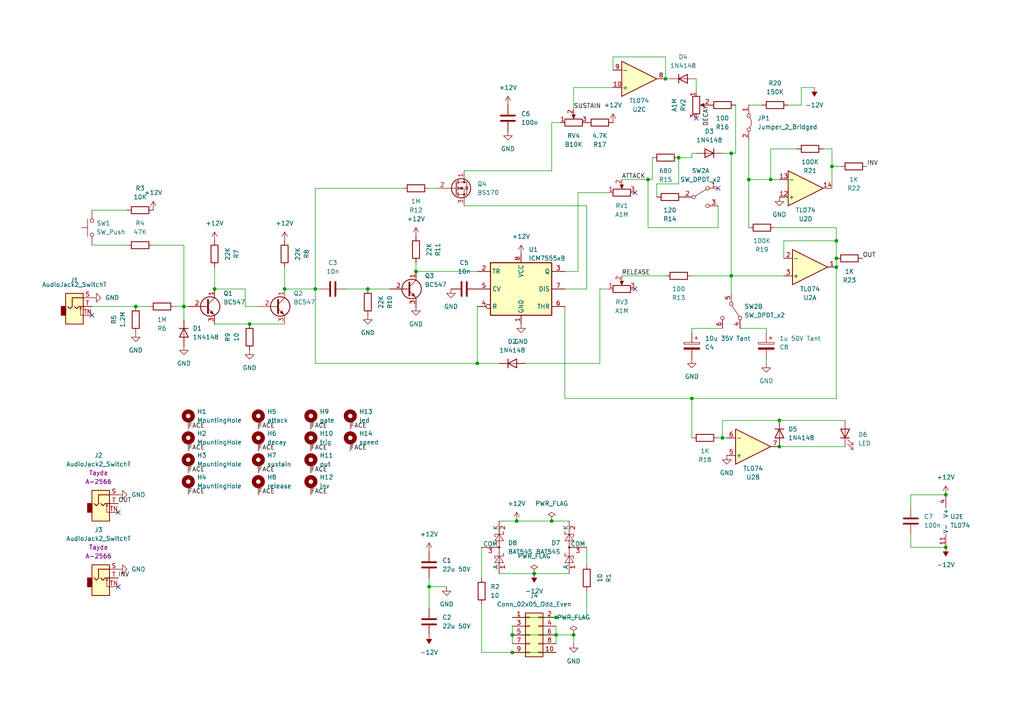
<source format=kicad_sch>
(kicad_sch (version 20230121) (generator eeschema)
  (paper "A4")
  (lib_symbols
    (symbol "Amplifier_Operational:TL074" (pin_names (offset 0.127))
      (property "Reference" "U" (at 0 5.08 0))
      (property "Value" "TL074" (at 0 -5.08 0))
      (symbol "TL074_1_1"
        (polyline (pts (xy -5.08 5.08) (xy 5.08 0) (xy -5.08 -5.08) (xy -5.08 5.08)) (stroke (width 0.254)) (fill (type background)))
        (pin output line (at 7.62 0 180) (length 2.54) (name "~") (number "1"))
        (pin input line (at -7.62 -2.54 0) (length 2.54) (name "-") (number "2"))
        (pin input line (at -7.62 2.54 0) (length 2.54) (name "+") (number "3"))
      )
      (symbol "TL074_2_1"
        (polyline (pts (xy -5.08 5.08) (xy 5.08 0) (xy -5.08 -5.08) (xy -5.08 5.08)) (stroke (width 0.254)) (fill (type background)))
        (pin input line (at -7.62 2.54 0) (length 2.54) (name "+") (number "5"))
        (pin input line (at -7.62 -2.54 0) (length 2.54) (name "-") (number "6"))
        (pin output line (at 7.62 0 180) (length 2.54) (name "~") (number "7"))
      )
      (symbol "TL074_3_1"
        (polyline (pts (xy -5.08 5.08) (xy 5.08 0) (xy -5.08 -5.08) (xy -5.08 5.08)) (stroke (width 0.254)) (fill (type background)))
        (pin input line (at -7.62 2.54 0) (length 2.54) (name "+") (number "10"))
        (pin output line (at 7.62 0 180) (length 2.54) (name "~") (number "8"))
        (pin input line (at -7.62 -2.54 0) (length 2.54) (name "-") (number "9"))
      )
      (symbol "TL074_4_1"
        (polyline (pts (xy -5.08 5.08) (xy 5.08 0) (xy -5.08 -5.08) (xy -5.08 5.08)) (stroke (width 0.254)) (fill (type background)))
        (pin input line (at -7.62 2.54 0) (length 2.54) (name "+") (number "12"))
        (pin input line (at -7.62 -2.54 0) (length 2.54) (name "-") (number "13"))
        (pin output line (at 7.62 0 180) (length 2.54) (name "~") (number "14"))
      )
      (symbol "TL074_5_1"
        (pin power_in line (at -2.54 -7.62 90) (length 3.81) (name "V-") (number "11"))
        (pin power_in line (at -2.54 7.62 270) (length 3.81) (name "V+") (number "4"))
      )
    )
    (symbol "Device:C" (pin_numbers hide) (pin_names (offset 0.254))
      (property "Reference" "C" (at 0.635 2.54 0))
      (property "Value" "C" (at 0.635 -2.54 0))
      (symbol "C_0_1"
        (polyline (pts (xy -2.032 -0.762) (xy 2.032 -0.762)) (stroke (width 0.508)))
        (polyline (pts (xy -2.032 0.762) (xy 2.032 0.762)) (stroke (width 0.508)))
      )
      (symbol "C_1_1"
        (pin passive line (at 0 3.81 270) (length 2.794) (name "~") (number "1"))
        (pin passive line (at 0 -3.81 90) (length 2.794) (name "~") (number "2"))
      )
    )
    (symbol "Device:C_Polarized" (pin_numbers hide) (pin_names (offset 0.254))
      (property "Reference" "C" (at 0.635 2.54 0))
      (property "Value" "C_Polarized" (at 0.635 -2.54 0))
      (symbol "C_Polarized_0_1"
        (rectangle (start -2.286 0.508) (end 2.286 1.016))
        (polyline (pts (xy -1.778 2.286) (xy -0.762 2.286)))
        (polyline (pts (xy -1.27 2.794) (xy -1.27 1.778)))
        (rectangle (start 2.286 -0.508) (end -2.286 -1.016) (fill (type outline)))
      )
      (symbol "C_Polarized_1_1"
        (pin passive line (at 0 3.81 270) (length 2.794) (name "~") (number "1"))
        (pin passive line (at 0 -3.81 90) (length 2.794) (name "~") (number "2"))
      )
    )
    (symbol "Device:D" (pin_numbers hide) (pin_names (offset 1.016) hide)
      (property "Reference" "D" (at 0 2.54 0))
      (property "Value" "D" (at 0 -2.54 0))
      (symbol "D_0_1"
        (polyline (pts (xy -1.27 1.27) (xy -1.27 -1.27)) (stroke (width 0.254)))
        (polyline (pts (xy 1.27 0) (xy -1.27 0)))
        (polyline (pts (xy 1.27 1.27) (xy 1.27 -1.27) (xy -1.27 0) (xy 1.27 1.27)) (stroke (width 0.254)))
      )
      (symbol "D_1_1"
        (pin passive line (at -3.81 0 0) (length 2.54) (name "K") (number "1"))
        (pin passive line (at 3.81 0 180) (length 2.54) (name "A") (number "2"))
      )
    )
    (symbol "Device:LED" (pin_numbers hide) (pin_names (offset 1.016) hide)
      (property "Reference" "D" (at 0 2.54 0))
      (property "Value" "LED" (at 0 -2.54 0))
      (symbol "LED_0_1"
        (polyline (pts (xy -1.27 -1.27) (xy -1.27 1.27)) (stroke (width 0.254)))
        (polyline (pts (xy -1.27 0) (xy 1.27 0)))
        (polyline (pts (xy 1.27 -1.27) (xy 1.27 1.27) (xy -1.27 0) (xy 1.27 -1.27)) (stroke (width 0.254)))
        (polyline (pts (xy -3.048 -0.762) (xy -4.572 -2.286) (xy -3.81 -2.286) (xy -4.572 -2.286) (xy -4.572 -1.524)))
        (polyline (pts (xy -1.778 -0.762) (xy -3.302 -2.286) (xy -2.54 -2.286) (xy -3.302 -2.286) (xy -3.302 -1.524)))
      )
      (symbol "LED_1_1"
        (pin passive line (at -3.81 0 0) (length 2.54) (name "K") (number "1"))
        (pin passive line (at 3.81 0 180) (length 2.54) (name "A") (number "2"))
      )
    )
    (symbol "Device:R" (pin_numbers hide) (pin_names (offset 0))
      (property "Reference" "R" (at 2.032 0 90))
      (property "Value" "R" (at 0 0 90))
      (symbol "R_0_1"
        (rectangle (start -1.016 -2.54) (end 1.016 2.54) (stroke (width 0.254)))
      )
      (symbol "R_1_1"
        (pin passive line (at 0 3.81 270) (length 1.27) (name "~") (number "1"))
        (pin passive line (at 0 -3.81 90) (length 1.27) (name "~") (number "2"))
      )
    )
    (symbol "Device:R_Potentiometer" (pin_names (offset 1.016) hide)
      (property "Reference" "RV" (at -4.445 0 90))
      (property "Value" "R_Potentiometer" (at -2.54 0 90))
      (symbol "R_Potentiometer_0_1"
        (polyline (pts (xy 2.54 0) (xy 1.524 0)))
        (polyline (pts (xy 1.143 0) (xy 2.286 0.508) (xy 2.286 -0.508) (xy 1.143 0)) (fill (type outline)))
        (rectangle (start 1.016 2.54) (end -1.016 -2.54) (stroke (width 0.254)))
      )
      (symbol "R_Potentiometer_1_1"
        (pin passive line (at 0 3.81 270) (length 1.27) (name "1") (number "1"))
        (pin passive line (at 3.81 0 180) (length 1.27) (name "2") (number "2"))
        (pin passive line (at 0 -3.81 90) (length 1.27) (name "3") (number "3"))
      )
    )
    (symbol "Eurorack:AudioJack2_SwitchT"
      (property "Reference" "J" (at 0 8.89 0))
      (property "Value" "AudioJack2_SwitchT" (at 0 6.35 0))
      (property "Vendor" "Tayda" (at 0 -6.35 0))
      (property "PartNum" "A-2566" (at 0 -8.89 0))
      (symbol "AudioJack2_SwitchT_0_1"
        (rectangle (start -2.54 0) (end -3.81 -2.54) (stroke (width 0.254)) (fill (type outline)))
        (rectangle (start -2.54 3.81) (end 2.54 -5.08) (stroke (width 0.254)) (fill (type background)))
        (polyline (pts (xy 1.778 -0.254) (xy 2.032 -0.762)))
        (polyline (pts (xy 0 0) (xy 0.635 -0.635) (xy 1.27 0) (xy 2.54 0)) (stroke (width 0.254)))
        (polyline (pts (xy 2.54 -2.54) (xy 1.778 -2.54) (xy 1.778 -0.254) (xy 1.524 -0.762)))
        (polyline (pts (xy 2.54 2.54) (xy -0.635 2.54) (xy -0.635 0) (xy -1.27 -0.635) (xy -1.905 0)) (stroke (width 0.254)))
      )
      (symbol "AudioJack2_SwitchT_1_1"
        (pin passive line (at 5.08 2.54 180) (length 2.54) (name "~") (number "S"))
        (pin passive line (at 5.08 0 180) (length 2.54) (name "~") (number "T"))
        (pin passive line (at 5.08 -2.54 180) (length 2.54) (name "~") (number "TN"))
      )
    )
    (symbol "Eurorack:BAT54S" (pin_names (offset 0))
      (property "Reference" "D" (at 2.54 -5.08 0))
      (property "Value" "BAT54S" (at -6.35 3.175 0))
      (symbol "BAT54S_0_1"
        (polyline (pts (xy -3.81 0) (xy -1.27 0)))
        (polyline (pts (xy -3.175 -1.27) (xy -3.175 -1.016)))
        (polyline (pts (xy -2.54 -1.27) (xy -3.175 -1.27)))
        (polyline (pts (xy -2.54 -1.27) (xy -2.54 1.27)))
        (polyline (pts (xy -2.54 1.27) (xy -1.905 1.27)))
        (polyline (pts (xy -1.905 0) (xy 1.905 0)))
        (polyline (pts (xy -1.905 1.27) (xy -1.905 1.016)))
        (polyline (pts (xy 1.27 0) (xy 3.81 0)))
        (polyline (pts (xy 3.175 -1.27) (xy 3.175 -1.016)))
        (polyline (pts (xy 3.81 -1.27) (xy 3.175 -1.27)))
        (polyline (pts (xy 3.81 -1.27) (xy 3.81 1.27)))
        (polyline (pts (xy 3.81 1.27) (xy 4.445 1.27)))
        (polyline (pts (xy 4.445 1.27) (xy 4.445 1.016)))
        (polyline (pts (xy -4.445 1.27) (xy -4.445 -1.27) (xy -2.54 0) (xy -4.445 1.27)))
        (polyline (pts (xy 1.905 1.27) (xy 1.905 -1.27) (xy 3.81 0) (xy 1.905 1.27)))
        (circle (center 0 0) (radius 0.254) (fill (type outline)))
      )
      (symbol "BAT54S_1_1"
        (pin passive line (at -7.62 0 0) (length 3.81) (name "A") (number "1"))
        (pin passive line (at 7.62 0 180) (length 3.81) (name "K") (number "2"))
        (pin passive line (at 0 -5.08 90) (length 5.08) (name "COM") (number "3"))
      )
    )
    (symbol "Eurorack:BC547" (pin_names (offset 0) hide)
      (property "Reference" "Q" (at 5.08 1.905 0))
      (property "Value" "BC547" (at 5.08 0 0))
      (symbol "BC547_0_1"
        (polyline (pts (xy 0 0) (xy 0.635 0)))
        (polyline (pts (xy 0.635 0.635) (xy 2.54 2.54)))
        (polyline (pts (xy 0.635 -0.635) (xy 2.54 -2.54) (xy 2.54 -2.54)))
        (polyline (pts (xy 0.635 1.905) (xy 0.635 -1.905) (xy 0.635 -1.905)) (stroke (width 0.508)))
        (polyline (pts (xy 1.27 -1.778) (xy 1.778 -1.27) (xy 2.286 -2.286) (xy 1.27 -1.778) (xy 1.27 -1.778)) (fill (type outline)))
        (circle (center 1.27 0) (radius 2.8194) (stroke (width 0.254)))
      )
      (symbol "BC547_1_1"
        (pin passive line (at 2.54 5.08 270) (length 2.54) (name "C") (number "1"))
        (pin input line (at -5.08 0 0) (length 5.08) (name "B") (number "2"))
        (pin passive line (at 2.54 -5.08 90) (length 2.54) (name "E") (number "3"))
      )
    )
    (symbol "Eurorack:Conn_02x05_Odd_Even" (pin_names (offset 1.016) hide)
      (property "Reference" "J" (at 1.27 7.62 0))
      (property "Value" "Conn_02x05_Odd_Even" (at 1.27 -7.62 0))
      (symbol "Conn_02x05_Odd_Even_1_1"
        (rectangle (start -1.27 -4.953) (end 0 -5.207) (stroke (width 0.1524)))
        (rectangle (start -1.27 -2.413) (end 0 -2.667) (stroke (width 0.1524)))
        (rectangle (start -1.27 0.127) (end 0 -0.127) (stroke (width 0.1524)))
        (rectangle (start -1.27 2.667) (end 0 2.413) (stroke (width 0.1524)))
        (rectangle (start -1.27 5.207) (end 0 4.953) (stroke (width 0.1524)))
        (rectangle (start -1.27 6.35) (end 3.81 -6.35) (stroke (width 0.254)) (fill (type background)))
        (rectangle (start 3.81 -4.953) (end 2.54 -5.207) (stroke (width 0.1524)))
        (rectangle (start 3.81 -2.413) (end 2.54 -2.667) (stroke (width 0.1524)))
        (rectangle (start 3.81 0.127) (end 2.54 -0.127) (stroke (width 0.1524)))
        (rectangle (start 3.81 2.667) (end 2.54 2.413) (stroke (width 0.1524)))
        (rectangle (start 3.81 5.207) (end 2.54 4.953) (stroke (width 0.1524)))
        (pin passive line (at -5.08 5.08 0) (length 3.81) (name "Pin_1") (number "1"))
        (pin passive line (at 7.62 -5.08 180) (length 3.81) (name "Pin_10") (number "10"))
        (pin passive line (at 7.62 5.08 180) (length 3.81) (name "Pin_2") (number "2"))
        (pin passive line (at -5.08 2.54 0) (length 3.81) (name "Pin_3") (number "3"))
        (pin passive line (at 7.62 2.54 180) (length 3.81) (name "Pin_4") (number "4"))
        (pin passive line (at -5.08 0 0) (length 3.81) (name "Pin_5") (number "5"))
        (pin passive line (at 7.62 0 180) (length 3.81) (name "Pin_6") (number "6"))
        (pin passive line (at -5.08 -2.54 0) (length 3.81) (name "Pin_7") (number "7"))
        (pin passive line (at 7.62 -2.54 180) (length 3.81) (name "Pin_8") (number "8"))
        (pin passive line (at -5.08 -5.08 0) (length 3.81) (name "Pin_9") (number "9"))
      )
    )
    (symbol "Eurorack:MountingHole_Pad_Output" (pin_numbers hide) (pin_names (offset 1.016) hide) (in_bom no)
      (property "Reference" "H" (at 0 6.35 0))
      (property "Value" "MountingHole_Pad_Output" (at 0 4.445 0))
      (symbol "MountingHole_Pad_Output_0_1"
        (circle (center 0 1.27) (radius 1.27) (stroke (width 1.27)))
      )
      (symbol "MountingHole_Pad_Output_1_1"
        (pin output line (at 0 -2.54 90) (length 2.54) (name "1") (number "1"))
      )
    )
    (symbol "Jumper:Jumper_2_Bridged" (pin_names (offset 0) hide)
      (property "Reference" "JP" (at 0 1.905 0))
      (property "Value" "Jumper_2_Bridged" (at 0 -2.54 0))
      (symbol "Jumper_2_Bridged_0_0"
        (circle (center -2.032 0) (radius 0.508))
        (circle (center 2.032 0) (radius 0.508))
      )
      (symbol "Jumper_2_Bridged_0_1"
        (arc (start 1.524 0.254) (mid 0 0.762) (end -1.524 0.254))
      )
      (symbol "Jumper_2_Bridged_1_1"
        (pin passive line (at -5.08 0 0) (length 2.54) (name "A") (number "1"))
        (pin passive line (at 5.08 0 180) (length 2.54) (name "B") (number "2"))
      )
    )
    (symbol "Mechanical:MountingHole_Pad" (pin_numbers hide) (pin_names (offset 1.016) hide)
      (property "Reference" "H" (at 0 6.35 0))
      (property "Value" "MountingHole_Pad" (at 0 4.445 0))
      (symbol "MountingHole_Pad_0_1"
        (circle (center 0 1.27) (radius 1.27) (stroke (width 1.27)))
      )
      (symbol "MountingHole_Pad_1_1"
        (pin input line (at 0 -2.54 90) (length 2.54) (name "1") (number "1"))
      )
    )
    (symbol "Switch:SW_DPDT_x2" (pin_names (offset 0) hide)
      (property "Reference" "SW" (at 0 4.318 0))
      (property "Value" "SW_DPDT_x2" (at 0 -5.08 0))
      (symbol "SW_DPDT_x2_0_0"
        (circle (center -2.032 0) (radius 0.508))
        (circle (center 2.032 -2.54) (radius 0.508))
      )
      (symbol "SW_DPDT_x2_0_1"
        (polyline (pts (xy -1.524 0.254) (xy 1.651 2.286)))
        (circle (center 2.032 2.54) (radius 0.508))
      )
      (symbol "SW_DPDT_x2_1_1"
        (pin passive line (at 5.08 2.54 180) (length 2.54) (name "A") (number "1"))
        (pin passive line (at -5.08 0 0) (length 2.54) (name "B") (number "2"))
        (pin passive line (at 5.08 -2.54 180) (length 2.54) (name "C") (number "3"))
      )
      (symbol "SW_DPDT_x2_2_1"
        (pin passive line (at 5.08 2.54 180) (length 2.54) (name "A") (number "4"))
        (pin passive line (at -5.08 0 0) (length 2.54) (name "B") (number "5"))
        (pin passive line (at 5.08 -2.54 180) (length 2.54) (name "C") (number "6"))
      )
    )
    (symbol "Switch:SW_Push" (pin_numbers hide) (pin_names (offset 1.016) hide)
      (property "Reference" "SW" (at 1.27 2.54 0))
      (property "Value" "SW_Push" (at 0 -1.524 0))
      (symbol "SW_Push_0_1"
        (circle (center -2.032 0) (radius 0.508))
        (polyline (pts (xy 0 1.27) (xy 0 3.048)))
        (polyline (pts (xy 2.54 1.27) (xy -2.54 1.27)))
        (circle (center 2.032 0) (radius 0.508))
        (pin passive line (at -5.08 0 0) (length 2.54) (name "1") (number "1"))
        (pin passive line (at 5.08 0 180) (length 2.54) (name "2") (number "2"))
      )
    )
    (symbol "Timer:ICM7555xB"
      (property "Reference" "U" (at -10.16 8.89 0))
      (property "Value" "ICM7555xB" (at 2.54 8.89 0))
      (symbol "ICM7555xB_0_0"
        (pin power_in line (at 0 -10.16 90) (length 2.54) (name "GND") (number "1"))
        (pin power_in line (at 0 10.16 270) (length 2.54) (name "VCC") (number "8"))
      )
      (symbol "ICM7555xB_0_1"
        (rectangle (start -8.89 -7.62) (end 8.89 7.62) (stroke (width 0.254)) (fill (type background)))
        (rectangle (start -8.89 -7.62) (end 8.89 7.62) (stroke (width 0.254)) (fill (type background)))
      )
      (symbol "ICM7555xB_1_1"
        (pin input line (at -12.7 5.08 0) (length 3.81) (name "TR") (number "2"))
        (pin output line (at 12.7 5.08 180) (length 3.81) (name "Q") (number "3"))
        (pin input inverted (at -12.7 -5.08 0) (length 3.81) (name "R") (number "4"))
        (pin input line (at -12.7 0 0) (length 3.81) (name "CV") (number "5"))
        (pin input line (at 12.7 -5.08 180) (length 3.81) (name "THR") (number "6"))
        (pin input line (at 12.7 0 180) (length 3.81) (name "DIS") (number "7"))
      )
    )
    (symbol "Transistor_FET:BS170" (pin_names hide)
      (property "Reference" "Q" (at 5.08 1.905 0))
      (property "Value" "BS170" (at 5.08 0 0))
      (symbol "BS170_0_1"
        (polyline (pts (xy 0.254 0) (xy -2.54 0)))
        (polyline (pts (xy 0.254 1.905) (xy 0.254 -1.905)) (stroke (width 0.254)))
        (polyline (pts (xy 0.762 -1.27) (xy 0.762 -2.286)) (stroke (width 0.254)))
        (polyline (pts (xy 0.762 0.508) (xy 0.762 -0.508)) (stroke (width 0.254)))
        (polyline (pts (xy 0.762 2.286) (xy 0.762 1.27)) (stroke (width 0.254)))
        (polyline (pts (xy 2.54 2.54) (xy 2.54 1.778)))
        (polyline (pts (xy 2.54 -2.54) (xy 2.54 0) (xy 0.762 0)))
        (polyline (pts (xy 0.762 -1.778) (xy 3.302 -1.778) (xy 3.302 1.778) (xy 0.762 1.778)))
        (polyline (pts (xy 1.016 0) (xy 2.032 0.381) (xy 2.032 -0.381) (xy 1.016 0)) (fill (type outline)))
        (polyline (pts (xy 2.794 0.508) (xy 2.921 0.381) (xy 3.683 0.381) (xy 3.81 0.254)))
        (polyline (pts (xy 3.302 0.381) (xy 2.921 -0.254) (xy 3.683 -0.254) (xy 3.302 0.381)))
        (circle (center 1.651 0) (radius 2.794) (stroke (width 0.254)))
        (circle (center 2.54 -1.778) (radius 0.254) (fill (type outline)))
        (circle (center 2.54 1.778) (radius 0.254) (fill (type outline)))
      )
      (symbol "BS170_1_1"
        (pin passive line (at 2.54 5.08 270) (length 2.54) (name "D") (number "1"))
        (pin input line (at -5.08 0 0) (length 2.54) (name "G") (number "2"))
        (pin passive line (at 2.54 -5.08 90) (length 2.54) (name "S") (number "3"))
      )
    )
    (symbol "power:+12V" (power) (pin_names (offset 0))
      (property "Value" "+12V" (at 0 3.556 0))
      (symbol "+12V_0_1"
        (polyline (pts (xy -0.762 1.27) (xy 0 2.54)))
        (polyline (pts (xy 0 0) (xy 0 2.54)))
        (polyline (pts (xy 0 2.54) (xy 0.762 1.27)))
      )
      (symbol "+12V_1_1"
        (pin power_in line (at 0 0 90) (length 0) hide (name "+12V") (number "1"))
      )
    )
    (symbol "power:-12V" (power) (pin_names (offset 0))
      (property "Value" "-12V" (at 0 3.81 0))
      (symbol "-12V_0_0"
        (pin power_in line (at 0 0 90) (length 0) hide (name "-12V") (number "1"))
      )
      (symbol "-12V_0_1"
        (polyline (pts (xy 0 0) (xy 0 1.27) (xy 0.762 1.27) (xy 0 2.54) (xy -0.762 1.27) (xy 0 1.27)) (fill (type outline)))
      )
    )
    (symbol "power:GND" (power) (pin_names (offset 0))
      (property "Value" "GND" (at 0 -3.81 0))
      (symbol "GND_0_1"
        (polyline (pts (xy 0 0) (xy 0 -1.27) (xy 1.27 -1.27) (xy 0 -2.54) (xy -1.27 -1.27) (xy 0 -1.27)))
      )
      (symbol "GND_1_1"
        (pin power_in line (at 0 0 270) (length 0) hide (name "GND") (number "1"))
      )
    )
    (symbol "power:PWR_FLAG" (power) (pin_numbers hide) (pin_names (offset 0) hide)
      (property "Value" "PWR_FLAG" (at 0 3.81 0))
      (symbol "PWR_FLAG_0_0"
        (pin power_out line (at 0 0 90) (length 0) (name "pwr") (number "1"))
      )
      (symbol "PWR_FLAG_0_1"
        (polyline (pts (xy 0 0) (xy 0 1.27) (xy -1.016 1.905) (xy 0 2.54) (xy 1.016 1.905) (xy 0 1.27)))
      )
    )
  )
  (junction (at 200.66 115.57))
  (junction (at 72.39 93.98))
  (junction (at 120.65 78.74))
  (junction (at 242.57 77.47))
  (junction (at 161.29 179.07))
  (junction (at 82.55 83.82))
  (junction (at 124.46 170.18))
  (junction (at 209.55 127))
  (junction (at 193.04 22.86))
  (junction (at 212.09 80.01))
  (junction (at 187.96 52.07))
  (junction (at 223.52 52.07))
  (junction (at 274.32 143.51))
  (junction (at 166.37 184.15))
  (junction (at 212.09 44.45))
  (junction (at 138.43 105.41))
  (junction (at 242.57 69.85))
  (junction (at 217.17 52.07))
  (junction (at 160.02 151.13))
  (junction (at 241.3 48.26))
  (junction (at 148.59 189.23))
  (junction (at 161.29 184.15))
  (junction (at 148.59 184.15))
  (junction (at 53.34 88.9))
  (junction (at 274.32 158.75))
  (junction (at 196.85 45.72))
  (junction (at 154.94 166.37))
  (junction (at 242.57 74.93))
  (junction (at 91.44 83.82))
  (junction (at 106.68 83.82))
  (junction (at 62.23 83.82))
  (junction (at 226.06 129.54))
  (junction (at 39.37 88.9))
  (junction (at 226.06 121.92))
  (junction (at 149.86 151.13))
  (no_connect (at 34.29 170.18))
  (no_connect (at 201.93 34.29))
  (no_connect (at 26.67 91.44))
  (no_connect (at 34.29 148.59))
  (no_connect (at 184.15 55.88))
  (no_connect (at 184.15 83.82))
  (no_connect (at 208.28 54.61))
  (wire (pts (xy 189.23 45.72) (xy 189.23 52.07)))
  (wire (pts (xy 227.33 69.85) (xy 242.57 69.85)))
  (wire (pts (xy 166.37 25.4) (xy 177.8 25.4)))
  (wire (pts (xy 242.57 74.93) (xy 242.57 77.47)))
  (wire (pts (xy 200.66 115.57) (xy 163.83 115.57)))
  (wire (pts (xy 139.7 167.64) (xy 139.7 158.75)))
  (wire (pts (xy 223.52 43.18) (xy 223.52 52.07)))
  (wire (pts (xy 200.66 44.45) (xy 200.66 45.72)))
  (wire (pts (xy 166.37 25.4) (xy 166.37 31.75)))
  (wire (pts (xy 241.3 48.26) (xy 243.84 48.26)))
  (wire (pts (xy 148.59 184.15) (xy 148.59 186.69)))
  (wire (pts (xy 200.66 80.01) (xy 212.09 80.01)))
  (wire (pts (xy 200.66 115.57) (xy 200.66 127)))
  (wire (pts (xy 154.94 166.37) (xy 165.1 166.37)))
  (wire (pts (xy 161.29 184.15) (xy 161.29 186.69)))
  (wire (pts (xy 231.14 43.18) (xy 223.52 43.18)))
  (wire (pts (xy 201.93 22.86) (xy 201.93 26.67)))
  (wire (pts (xy 212.09 44.45) (xy 212.09 80.01)))
  (wire (pts (xy 173.99 83.82) (xy 173.99 105.41)))
  (wire (pts (xy 208.28 59.69) (xy 208.28 66.04)))
  (wire (pts (xy 217.17 66.04) (xy 217.17 52.07)))
  (wire (pts (xy 163.83 78.74) (xy 167.64 78.74)))
  (wire (pts (xy 124.46 170.18) (xy 124.46 176.53)))
  (wire (pts (xy 196.85 53.34) (xy 190.5 53.34)))
  (wire (pts (xy 71.12 83.82) (xy 71.12 88.9)))
  (wire (pts (xy 226.06 121.92) (xy 245.11 121.92)))
  (wire (pts (xy 160.02 151.13) (xy 165.1 151.13)))
  (wire (pts (xy 242.57 66.04) (xy 242.57 69.85)))
  (wire (pts (xy 26.67 60.96) (xy 36.83 60.96)))
  (wire (pts (xy 53.34 88.9) (xy 53.34 92.71)))
  (wire (pts (xy 91.44 54.61) (xy 91.44 83.82)))
  (wire (pts (xy 209.55 127) (xy 210.82 127)))
  (wire (pts (xy 177.8 20.32) (xy 177.8 16.51)))
  (wire (pts (xy 241.3 43.18) (xy 241.3 48.26)))
  (wire (pts (xy 236.22 25.4) (xy 232.41 25.4)))
  (wire (pts (xy 120.65 78.74) (xy 138.43 78.74)))
  (wire (pts (xy 228.6 30.48) (xy 232.41 30.48)))
  (wire (pts (xy 71.12 88.9) (xy 74.93 88.9)))
  (wire (pts (xy 242.57 69.85) (xy 242.57 74.93)))
  (wire (pts (xy 209.55 95.25) (xy 200.66 95.25)))
  (wire (pts (xy 208.28 66.04) (xy 187.96 66.04)))
  (wire (pts (xy 209.55 121.92) (xy 209.55 127)))
  (wire (pts (xy 242.57 115.57) (xy 200.66 115.57)))
  (wire (pts (xy 120.65 76.2) (xy 120.65 78.74)))
  (wire (pts (xy 187.96 66.04) (xy 187.96 52.07)))
  (wire (pts (xy 100.33 83.82) (xy 106.68 83.82)))
  (wire (pts (xy 208.28 127) (xy 209.55 127)))
  (wire (pts (xy 180.34 80.01) (xy 193.04 80.01)))
  (wire (pts (xy 106.68 83.82) (xy 113.03 83.82)))
  (wire (pts (xy 124.46 170.18) (xy 129.54 170.18)))
  (wire (pts (xy 212.09 80.01) (xy 212.09 85.09)))
  (wire (pts (xy 91.44 105.41) (xy 91.44 83.82)))
  (wire (pts (xy 134.62 49.53) (xy 160.02 49.53)))
  (wire (pts (xy 200.66 95.25) (xy 200.66 96.52)))
  (wire (pts (xy 167.64 78.74) (xy 167.64 55.88)))
  (wire (pts (xy 212.09 80.01) (xy 227.33 80.01)))
  (wire (pts (xy 53.34 88.9) (xy 54.61 88.9)))
  (wire (pts (xy 161.29 179.07) (xy 170.18 179.07)))
  (wire (pts (xy 209.55 44.45) (xy 212.09 44.45)))
  (wire (pts (xy 224.79 66.04) (xy 242.57 66.04)))
  (wire (pts (xy 170.18 59.69) (xy 170.18 83.82)))
  (wire (pts (xy 138.43 105.41) (xy 91.44 105.41)))
  (wire (pts (xy 193.04 16.51) (xy 193.04 22.86)))
  (wire (pts (xy 138.43 88.9) (xy 138.43 105.41)))
  (wire (pts (xy 53.34 71.12) (xy 53.34 88.9)))
  (wire (pts (xy 241.3 48.26) (xy 241.3 54.61)))
  (wire (pts (xy 222.25 95.25) (xy 222.25 96.52)))
  (wire (pts (xy 193.04 22.86) (xy 194.31 22.86)))
  (wire (pts (xy 82.55 83.82) (xy 91.44 83.82)))
  (wire (pts (xy 242.57 77.47) (xy 242.57 115.57)))
  (wire (pts (xy 161.29 184.15) (xy 166.37 184.15)))
  (wire (pts (xy 214.63 95.25) (xy 222.25 95.25)))
  (wire (pts (xy 170.18 179.07) (xy 170.18 171.45)))
  (wire (pts (xy 26.67 71.12) (xy 36.83 71.12)))
  (wire (pts (xy 187.96 52.07) (xy 189.23 52.07)))
  (wire (pts (xy 217.17 30.48) (xy 220.98 30.48)))
  (wire (pts (xy 62.23 93.98) (xy 72.39 93.98)))
  (wire (pts (xy 139.7 189.23) (xy 148.59 189.23)))
  (wire (pts (xy 144.78 166.37) (xy 154.94 166.37)))
  (wire (pts (xy 223.52 52.07) (xy 226.06 52.07)))
  (wire (pts (xy 163.83 115.57) (xy 163.83 88.9)))
  (wire (pts (xy 274.32 158.75) (xy 264.16 158.75)))
  (wire (pts (xy 134.62 59.69) (xy 170.18 59.69)))
  (wire (pts (xy 162.56 35.56) (xy 160.02 35.56)))
  (wire (pts (xy 148.59 179.07) (xy 161.29 179.07)))
  (wire (pts (xy 232.41 30.48) (xy 232.41 25.4)))
  (wire (pts (xy 217.17 52.07) (xy 223.52 52.07)))
  (wire (pts (xy 180.34 52.07) (xy 187.96 52.07)))
  (wire (pts (xy 139.7 189.23) (xy 139.7 175.26)))
  (wire (pts (xy 149.86 151.13) (xy 160.02 151.13)))
  (wire (pts (xy 26.67 88.9) (xy 39.37 88.9)))
  (wire (pts (xy 170.18 83.82) (xy 163.83 83.82)))
  (wire (pts (xy 213.36 30.48) (xy 213.36 44.45)))
  (wire (pts (xy 124.46 167.64) (xy 124.46 170.18)))
  (wire (pts (xy 227.33 74.93) (xy 227.33 69.85)))
  (wire (pts (xy 222.25 104.14) (xy 222.25 105.41)))
  (wire (pts (xy 50.8 88.9) (xy 53.34 88.9)))
  (wire (pts (xy 213.36 44.45) (xy 212.09 44.45)))
  (wire (pts (xy 176.53 83.82) (xy 173.99 83.82)))
  (wire (pts (xy 238.76 43.18) (xy 241.3 43.18)))
  (wire (pts (xy 200.66 45.72) (xy 196.85 45.72)))
  (wire (pts (xy 144.78 105.41) (xy 138.43 105.41)))
  (wire (pts (xy 190.5 53.34) (xy 190.5 57.15)))
  (wire (pts (xy 148.59 181.61) (xy 148.59 184.15)))
  (wire (pts (xy 62.23 83.82) (xy 71.12 83.82)))
  (wire (pts (xy 177.8 16.51) (xy 193.04 16.51)))
  (wire (pts (xy 274.32 143.51) (xy 264.16 143.51)))
  (wire (pts (xy 160.02 49.53) (xy 160.02 35.56)))
  (wire (pts (xy 264.16 143.51) (xy 264.16 147.32)))
  (wire (pts (xy 82.55 77.47) (xy 82.55 83.82)))
  (wire (pts (xy 217.17 40.64) (xy 217.17 52.07)))
  (wire (pts (xy 226.06 129.54) (xy 245.11 129.54)))
  (wire (pts (xy 124.46 54.61) (xy 127 54.61)))
  (wire (pts (xy 200.66 44.45) (xy 201.93 44.45)))
  (wire (pts (xy 62.23 77.47) (xy 62.23 83.82)))
  (wire (pts (xy 116.84 54.61) (xy 91.44 54.61)))
  (wire (pts (xy 152.4 105.41) (xy 173.99 105.41)))
  (wire (pts (xy 72.39 93.98) (xy 82.55 93.98)))
  (wire (pts (xy 167.64 55.88) (xy 176.53 55.88)))
  (wire (pts (xy 161.29 181.61) (xy 161.29 184.15)))
  (wire (pts (xy 148.59 184.15) (xy 161.29 184.15)))
  (wire (pts (xy 39.37 88.9) (xy 43.18 88.9)))
  (wire (pts (xy 226.06 121.92) (xy 209.55 121.92)))
  (wire (pts (xy 144.78 151.13) (xy 149.86 151.13)))
  (wire (pts (xy 44.45 71.12) (xy 53.34 71.12)))
  (wire (pts (xy 264.16 158.75) (xy 264.16 154.94)))
  (wire (pts (xy 148.59 189.23) (xy 161.29 189.23)))
  (wire (pts (xy 196.85 45.72) (xy 196.85 53.34)))
  (wire (pts (xy 166.37 184.15) (xy 166.37 186.69)))
  (wire (pts (xy 170.18 163.83) (xy 170.18 158.75)))
  (wire (pts (xy 91.44 83.82) (xy 92.71 83.82)))
  (label "RELEASE" (at 180.34 80.01 0))
  (label "FACE" (at 90.17 143.51 0))
  (label "FACE" (at 101.6 124.46 0))
  (label "INV" (at 251.46 48.26 0))
  (label "DECAY" (at 205.74 30.48 270))
  (label "OUT" (at 250.19 74.93 0))
  (label "FACE" (at 54.61 137.16 0))
  (label "SUSTAIN" (at 166.37 31.75 0))
  (label "FACE" (at 74.93 143.51 0))
  (label "FACE" (at 54.61 143.51 0))
  (label "FACE" (at 90.17 124.46 0))
  (label "FACE" (at 74.93 124.46 0))
  (label "OUT" (at 34.29 146.05 0))
  (label "FACE" (at 101.6 130.81 0))
  (label "FACE" (at 74.93 137.16 0))
  (label "FACE" (at 90.17 130.81 0))
  (label "FACE" (at 54.61 130.81 0))
  (label "FACE" (at 74.93 130.81 0))
  (label "FACE" (at 54.61 124.46 0))
  (label "ATTACK" (at 180.34 52.07 0))
  (label "FACE" (at 90.17 137.16 0))
  (label "INV" (at 34.29 167.64 0))
  (symbol (lib_id "Device:R") (at 62.23 73.66 0) (unit 1)
    (property "Reference" "R7" (at 68.58 73.66 90))
    (property "Value" "22K" (at 66.04 73.66 90))
    (property "Footprint" "Resistor_SMD:R_0805_2012Metric" (effects hide))
  )
  (symbol (lib_id "Device:R_Potentiometer") (at 166.37 35.56 90) (unit 1)
    (property "Reference" "RV4" (at 166.37 39.37 90))
    (property "Value" "B10K" (at 166.37 41.91 90))
    (property "Footprint" "Eurorack:Potentiometer_RV16AF-41-15R1" (effects hide))
    (property "Vendor" "Tayda" (effects hide))
    (property "PartNum" "A-2969" (effects hide))
  )
  (symbol (lib_id "Device:R") (at 40.64 71.12 90) (unit 1)
    (property "Reference" "R4" (at 40.64 64.77 90))
    (property "Value" "47K" (at 40.64 67.31 90))
    (property "Footprint" "Resistor_SMD:R_0805_2012Metric" (effects hide))
  )
  (symbol (lib_id "power:+12V") (at 149.86 151.13 0) (unit 1)
    (property "Reference" "#PWR025" (effects hide))
    (property "Value" "+12V" (at 149.86 146.05 0))
  )
  (symbol (lib_id "Device:R") (at 139.7 171.45 180) (unit 1)
    (property "Reference" "R2" (at 142.24 170.18 0) (effects (justify right)))
    (property "Value" "10" (at 142.24 172.72 0) (effects (justify right)))
    (property "Footprint" "Resistor_SMD:R_0805_2012Metric" (effects hide))
  )
  (symbol (lib_id "Device:D") (at 148.59 105.41 0) (unit 1)
    (property "Reference" "D2" (at 148.59 99.06 0))
    (property "Value" "1N4148" (at 148.59 101.6 0))
    (property "Footprint" "Diode_SMD:D_SOD-323_HandSoldering" (effects hide))
    (property "Sim.Device" "D" (effects hide))
    (property "Sim.Pins" "1=K 2=A" (effects hide))
  )
  (symbol (lib_id "power:-12V") (at 274.32 158.75 180) (unit 1)
    (property "Reference" "#PWR031" (effects hide))
    (property "Value" "-12V" (at 274.32 163.83 0))
  )
  (symbol (lib_id "Device:LED") (at 245.11 125.73 90) (unit 1)
    (property "Reference" "D6" (at 248.92 126.0475 90) (effects (justify right)))
    (property "Value" "LED" (at 248.92 128.5875 90) (effects (justify right)))
    (property "Footprint" "LED_THT:LED_D3.0mm" (effects hide))
  )
  (symbol (lib_id "power:-12V") (at 124.46 184.15 180) (unit 1)
    (property "Reference" "#PWR028" (effects hide))
    (property "Value" "-12V" (at 124.46 189.23 0))
  )
  (symbol (lib_id "power:+12V") (at 62.23 69.85 0) (unit 1)
    (property "Reference" "#PWR08" (effects hide))
    (property "Value" "+12V" (at 62.23 64.77 0))
  )
  (symbol (lib_id "Amplifier_Operational:TL074") (at 218.44 129.54 0) (mirror x) (unit 2)
    (property "Reference" "U2" (at 218.44 138.43 0))
    (property "Value" "TL074" (at 218.44 135.89 0))
    (property "Footprint" "Package_SO:SOIC-14_3.9x8.7mm_P1.27mm" (effects hide))
    (property "Datasheet" "http://www.ti.com/lit/ds/symlink/tl071.pdf" (effects hide))
    (property "Vendor" "Mouser" (effects hide))
    (property "PartNum" "595-TL074CN" (effects hide))
  )
  (symbol (lib_id "power:-12V") (at 236.22 25.4 180) (unit 1)
    (property "Reference" "#PWR023" (effects hide))
    (property "Value" "-12V" (at 236.22 30.48 0))
  )
  (symbol (lib_id "Eurorack:BAT54S") (at 144.78 158.75 270) (mirror x) (unit 1)
    (property "Reference" "D8" (at 147.32 157.48 90) (effects (justify left)))
    (property "Value" "BAT54S" (at 147.32 160.02 90) (effects (justify left)))
    (property "Footprint" "Package_TO_SOT_SMD:SOT-23" (effects hide))
    (property "Datasheet" "https://www.diodes.com/assets/Datasheets/ds11005.pdf" (effects hide))
    (property "Vendor" "Mouser" (effects hide))
    (property "PartNum" "863-BAT54SLT1G" (effects hide))
  )
  (symbol (lib_id "Device:R_Potentiometer") (at 201.93 30.48 0) (unit 1)
    (property "Reference" "RV2" (at 198.12 30.48 90))
    (property "Value" "A1M" (at 195.58 30.48 90))
    (property "Footprint" "Eurorack:Potentiometer_RV16AF-41-15R1" (effects hide))
    (property "Vendor" "Tayda" (effects hide))
    (property "PartNum" "A-2425" (effects hide))
  )
  (symbol (lib_id "power:+12V") (at 177.8 35.56 0) (unit 1)
    (property "Reference" "#PWR020" (effects hide))
    (property "Value" "+12V" (at 177.8 30.48 0))
  )
  (symbol (lib_id "Device:R") (at 246.38 74.93 270) (unit 1)
    (property "Reference" "R23" (at 246.38 81.28 90))
    (property "Value" "1K" (at 246.38 78.74 90))
    (property "Footprint" "Resistor_SMD:R_0805_2012Metric" (effects hide))
  )
  (symbol (lib_id "power:GND") (at 34.29 165.1 90) (unit 1)
    (property "Reference" "#PWR01" (effects hide))
    (property "Value" "GND" (at 38.1 165.1 90) (effects (justify right)))
  )
  (symbol (lib_id "power:+12V") (at 147.32 30.48 0) (unit 1)
    (property "Reference" "#PWR017" (effects hide))
    (property "Value" "+12V" (at 147.32 25.4 0))
  )
  (symbol (lib_id "power:GND") (at 129.54 170.18 0) (unit 1)
    (property "Reference" "#PWR029" (effects hide))
    (property "Value" "GND" (at 129.54 175.26 0))
  )
  (symbol (lib_id "Device:R_Potentiometer") (at 180.34 55.88 90) (unit 1)
    (property "Reference" "RV1" (at 180.34 59.69 90))
    (property "Value" "A1M" (at 180.34 62.23 90))
    (property "Footprint" "Eurorack:Potentiometer_RV16AF-41-15R1" (effects hide))
    (property "Vendor" "Tayda" (effects hide))
    (property "PartNum" "A-2425" (effects hide))
  )
  (symbol (lib_id "Device:R") (at 82.55 73.66 0) (unit 1)
    (property "Reference" "R8" (at 88.9 73.66 90))
    (property "Value" "22K" (at 86.36 73.66 90))
    (property "Footprint" "Resistor_SMD:R_0805_2012Metric" (effects hide))
  )
  (symbol (lib_id "Mechanical:MountingHole_Pad") (at 90.17 140.97 0) (unit 1) (in_bom no)
    (property "Reference" "H12" (at 92.71 138.43 0) (effects (justify left)))
    (property "Value" "inv" (at 92.71 140.97 0) (effects (justify left)))
    (property "Footprint" "Eurorack:Mech-AudioJack-Hole-Output-CV" (effects hide))
  )
  (symbol (lib_id "Device:R") (at 247.65 48.26 270) (unit 1)
    (property "Reference" "R22" (at 247.65 54.61 90))
    (property "Value" "1K" (at 247.65 52.07 90))
    (property "Footprint" "Resistor_SMD:R_0805_2012Metric" (effects hide))
  )
  (symbol (lib_id "Device:R") (at 224.79 30.48 90) (unit 1)
    (property "Reference" "R20" (at 224.79 24.13 90))
    (property "Value" "150K" (at 224.79 26.67 90))
    (property "Footprint" "Resistor_SMD:R_0805_2012Metric" (effects hide))
  )
  (symbol (lib_id "Device:R") (at 39.37 92.71 180) (unit 1)
    (property "Reference" "R5" (at 33.02 92.71 90))
    (property "Value" "1.2M" (at 35.56 92.71 90))
    (property "Footprint" "Resistor_SMD:R_0805_2012Metric" (effects hide))
  )
  (symbol (lib_id "Eurorack:MountingHole_Pad_Output") (at 54.61 121.92 0) (unit 1) (in_bom no)
    (property "Reference" "H1" (at 57.15 119.38 0) (effects (justify left)))
    (property "Value" "MountingHole" (at 57.15 121.92 0) (effects (justify left)))
    (property "Footprint" "Eurorack:Mech-MountingHole" (effects hide))
  )
  (symbol (lib_id "power:+12V") (at 151.13 73.66 0) (unit 1)
    (property "Reference" "#PWR011" (effects hide))
    (property "Value" "+12V" (at 151.13 68.58 0))
  )
  (symbol (lib_id "Device:R") (at 204.47 127 270) (unit 1)
    (property "Reference" "R18" (at 204.47 133.35 90))
    (property "Value" "1K" (at 204.47 130.81 90))
    (property "Footprint" "Resistor_SMD:R_0805_2012Metric" (effects hide))
  )
  (symbol (lib_id "power:GND") (at 39.37 96.52 0) (unit 1)
    (property "Reference" "#PWR04" (effects hide))
    (property "Value" "GND" (at 39.37 101.6 0))
  )
  (symbol (lib_id "Device:R") (at 40.64 60.96 90) (unit 1)
    (property "Reference" "R3" (at 40.64 54.61 90))
    (property "Value" "10K" (at 40.64 57.15 90))
    (property "Footprint" "Resistor_SMD:R_0805_2012Metric" (effects hide))
  )
  (symbol (lib_id "Eurorack:BC547") (at 118.11 83.82 0) (unit 1)
    (property "Reference" "Q3" (at 123.19 80.01 0) (effects (justify left)))
    (property "Value" "BC547" (at 123.19 82.55 0) (effects (justify left)))
    (property "Footprint" "Package_TO_SOT_THT:TO-92L_Inline_Wide" (effects hide))
    (property "Datasheet" "https://www.onsemi.com/pub/Collateral/BC550-D.pdf" (effects hide))
    (property "Vendor" "Mouser" (effects hide))
    (property "PartNum" "637-BC547C" (effects hide))
  )
  (symbol (lib_id "power:GND") (at 226.06 57.15 0) (unit 1)
    (property "Reference" "#PWR022" (effects hide))
    (property "Value" "GND" (at 226.06 62.23 0))
  )
  (symbol (lib_id "Eurorack:AudioJack2_SwitchT") (at 29.21 167.64 0) (unit 1)
    (property "Reference" "J3" (at 28.575 153.67 0))
    (property "Value" "AudioJack2_SwitchT" (at 28.575 156.21 0))
    (property "Footprint" "Eurorack:AudioJack2_Tayda_A-2566" (effects hide))
    (property "Vendor" "Tayda" (at 28.575 158.75 0))
    (property "PartNum" "A-2566" (at 28.575 161.29 0))
  )
  (symbol (lib_id "Device:R") (at 106.68 87.63 0) (unit 1)
    (property "Reference" "R10" (at 113.03 87.63 90))
    (property "Value" "22K" (at 110.49 87.63 90))
    (property "Footprint" "Resistor_SMD:R_0805_2012Metric" (effects hide))
  )
  (symbol (lib_id "power:GND") (at 200.66 104.14 0) (unit 1)
    (property "Reference" "#PWR016" (effects hide))
    (property "Value" "GND" (at 200.66 109.22 0))
  )
  (symbol (lib_id "Device:R") (at 72.39 97.79 180) (unit 1)
    (property "Reference" "R9" (at 66.04 97.79 90))
    (property "Value" "10" (at 68.58 97.79 90))
    (property "Footprint" "Resistor_SMD:R_0805_2012Metric" (effects hide))
  )
  (symbol (lib_id "Amplifier_Operational:TL074") (at 233.68 54.61 0) (mirror x) (unit 4)
    (property "Reference" "U2" (at 233.68 63.5 0))
    (property "Value" "TL074" (at 233.68 60.96 0))
    (property "Footprint" "Package_SO:SOIC-14_3.9x8.7mm_P1.27mm" (effects hide))
    (property "Datasheet" "http://www.ti.com/lit/ds/symlink/tl071.pdf" (effects hide))
    (property "Vendor" "Mouser" (effects hide))
    (property "PartNum" "595-TL074CN" (effects hide))
  )
  (symbol (lib_id "Timer:ICM7555xB") (at 151.13 83.82 0) (unit 1)
    (property "Reference" "U1" (at 153.3241 72.39 0) (effects (justify left)))
    (property "Value" "ICM7555xB" (at 153.3241 74.93 0) (effects (justify left)))
    (property "Footprint" "Package_SO:SOIC-8_3.9x4.9mm_P1.27mm" (effects hide))
    (property "Datasheet" "http://www.intersil.com/content/dam/Intersil/documents/icm7/icm7555-56.pdf" (effects hide))
    (property "Vendor" "Mouser" (effects hide))
    (property "PartNum" "968-ICM7555CBAZ-T" (effects hide))
  )
  (symbol (lib_id "power:GND") (at 120.65 88.9 0) (unit 1)
    (property "Reference" "#PWR014" (effects hide))
    (property "Value" "GND" (at 120.65 93.98 0))
  )
  (symbol (lib_id "power:GND") (at 151.13 93.98 0) (unit 1)
    (property "Reference" "#PWR010" (effects hide))
    (property "Value" "GND" (at 151.13 99.06 0))
  )
  (symbol (lib_id "Device:C") (at 134.62 83.82 90) (unit 1)
    (property "Reference" "C5" (at 134.62 76.2 90))
    (property "Value" "10n" (at 134.62 78.74 90))
    (property "Footprint" "Capacitor_SMD:C_0805_2012Metric" (effects hide))
  )
  (symbol (lib_id "power:GND") (at 34.29 143.51 90) (unit 1)
    (property "Reference" "#PWR02" (effects hide))
    (property "Value" "GND" (at 38.1 143.51 90) (effects (justify right)))
  )
  (symbol (lib_id "Device:C_Polarized") (at 222.25 100.33 0) (mirror y) (unit 1)
    (property "Reference" "C8" (at 226.06 100.711 0) (effects (justify right)))
    (property "Value" "1u 50V Tant" (at 226.06 98.171 0) (effects (justify right)))
    (property "Footprint" "Capacitor_THT:CP_Radial_D5.0mm_P2.50mm" (effects hide))
  )
  (symbol (lib_id "Device:R") (at 220.98 66.04 270) (unit 1)
    (property "Reference" "R19" (at 220.98 72.39 90))
    (property "Value" "100K" (at 220.98 69.85 90))
    (property "Footprint" "Resistor_SMD:R_0805_2012Metric" (effects hide))
  )
  (symbol (lib_id "Amplifier_Operational:TL074") (at 234.95 77.47 0) (mirror x) (unit 1)
    (property "Reference" "U2" (at 234.95 86.36 0))
    (property "Value" "TL074" (at 234.95 83.82 0))
    (property "Footprint" "Package_SO:SOIC-14_3.9x8.7mm_P1.27mm" (effects hide))
    (property "Datasheet" "http://www.ti.com/lit/ds/symlink/tl071.pdf" (effects hide))
    (property "Vendor" "Mouser" (effects hide))
    (property "PartNum" "595-TL074CN" (effects hide))
  )
  (symbol (lib_id "Eurorack:BAT54S") (at 165.1 158.75 90) (unit 1)
    (property "Reference" "D7" (at 162.56 157.48 90) (effects (justify left)))
    (property "Value" "BAT54S" (at 162.56 160.02 90) (effects (justify left)))
    (property "Footprint" "Package_TO_SOT_SMD:SOT-23" (effects hide))
    (property "Datasheet" "https://www.diodes.com/assets/Datasheets/ds11005.pdf" (effects hide))
    (property "Vendor" "Mouser" (effects hide))
    (property "PartNum" "863-BAT54SLT1G" (effects hide))
  )
  (symbol (lib_id "power:GND") (at 166.37 186.69 0) (unit 1)
    (property "Reference" "#PWR024" (effects hide))
    (property "Value" "GND" (at 166.37 191.77 0))
  )
  (symbol (lib_id "Device:C") (at 96.52 83.82 90) (unit 1)
    (property "Reference" "C3" (at 96.52 76.2 90))
    (property "Value" "10n" (at 96.52 78.74 90))
    (property "Footprint" "Capacitor_SMD:C_0805_2012Metric" (effects hide))
  )
  (symbol (lib_id "power:+12V") (at 120.65 68.58 0) (unit 1)
    (property "Reference" "#PWR015" (effects hide))
    (property "Value" "+12V" (at 120.65 63.5 0))
  )
  (symbol (lib_id "power:+12V") (at 124.46 160.02 0) (unit 1)
    (property "Reference" "#PWR027" (effects hide))
    (property "Value" "+12V" (at 124.46 154.94 0))
  )
  (symbol (lib_id "power:GND") (at 26.67 86.36 90) (unit 1)
    (property "Reference" "#PWR03" (effects hide))
    (property "Value" "GND" (at 30.48 86.36 90) (effects (justify right)))
  )
  (symbol (lib_id "Mechanical:MountingHole_Pad") (at 90.17 128.27 0) (unit 1) (in_bom no)
    (property "Reference" "H10" (at 92.71 125.73 0) (effects (justify left)))
    (property "Value" "trig" (at 92.71 128.27 0) (effects (justify left)))
    (property "Footprint" "Eurorack:Mech-PushButton-Hole_Tayda_A-5051" (effects hide))
  )
  (symbol (lib_id "power:GND") (at 210.82 132.08 0) (unit 1)
    (property "Reference" "#PWR021" (effects hide))
    (property "Value" "GND" (at 210.82 137.16 0))
  )
  (symbol (lib_id "Amplifier_Operational:TL074") (at 276.86 151.13 0) (unit 5)
    (property "Reference" "U2" (at 275.59 149.86 0) (effects (justify left)))
    (property "Value" "TL074" (at 275.59 152.4 0) (effects (justify left)))
    (property "Footprint" "Package_SO:SOIC-14_3.9x8.7mm_P1.27mm" (effects hide))
    (property "Datasheet" "http://www.ti.com/lit/ds/symlink/tl071.pdf" (effects hide))
    (property "Vendor" "Mouser" (effects hide))
    (property "PartNum" "595-TL074CN" (effects hide))
  )
  (symbol (lib_id "power:GND") (at 130.81 83.82 0) (unit 1)
    (property "Reference" "#PWR012" (effects hide))
    (property "Value" "GND" (at 130.81 88.9 0))
  )
  (symbol (lib_id "Device:D") (at 226.06 125.73 270) (unit 1)
    (property "Reference" "D5" (at 228.6 124.46 90) (effects (justify left)))
    (property "Value" "1N4148" (at 228.6 127 90) (effects (justify left)))
    (property "Footprint" "Diode_SMD:D_SOD-323_HandSoldering" (effects hide))
    (property "Sim.Device" "D" (effects hide))
    (property "Sim.Pins" "1=K 2=A" (effects hide))
  )
  (symbol (lib_id "Device:D") (at 198.12 22.86 0) (unit 1)
    (property "Reference" "D4" (at 198.12 16.51 0))
    (property "Value" "1N4148" (at 198.12 19.05 0))
    (property "Footprint" "Diode_SMD:D_SOD-323_HandSoldering" (effects hide))
    (property "Sim.Device" "D" (effects hide))
    (property "Sim.Pins" "1=K 2=A" (effects hide))
  )
  (symbol (lib_id "Device:C") (at 264.16 151.13 0) (unit 1)
    (property "Reference" "C7" (at 267.97 149.86 0) (effects (justify left)))
    (property "Value" "100n" (at 267.97 152.4 0) (effects (justify left)))
    (property "Footprint" "Capacitor_SMD:C_0805_2012Metric" (effects hide))
  )
  (symbol (lib_id "power:GND") (at 222.25 105.41 0) (unit 1)
    (property "Reference" "#PWR019" (effects hide))
    (property "Value" "GND" (at 222.25 110.49 0))
  )
  (symbol (lib_id "Mechanical:MountingHole_Pad") (at 90.17 121.92 0) (unit 1) (in_bom no)
    (property "Reference" "H9" (at 92.71 119.38 0) (effects (justify left)))
    (property "Value" "gate" (at 92.71 121.92 0) (effects (justify left)))
    (property "Footprint" "Eurorack:Mech-AudioJack-Hole-Input-Gate" (effects hide))
  )
  (symbol (lib_id "Mechanical:MountingHole_Pad") (at 54.61 128.27 0) (unit 1) (in_bom no)
    (property "Reference" "H2" (at 57.15 125.73 0) (effects (justify left)))
    (property "Value" "MountingHole" (at 57.15 128.27 0) (effects (justify left)))
    (property "Footprint" "Eurorack:Mech-MountingHole" (effects hide))
  )
  (symbol (lib_id "power:-12V") (at 154.94 166.37 180) (unit 1)
    (property "Reference" "#PWR026" (effects hide))
    (property "Value" "-12V" (at 154.94 171.45 0))
  )
  (symbol (lib_id "Mechanical:MountingHole_Pad") (at 74.93 121.92 0) (unit 1) (in_bom no)
    (property "Reference" "H5" (at 77.47 119.38 0) (effects (justify left)))
    (property "Value" "attack" (at 77.47 121.92 0) (effects (justify left)))
    (property "Footprint" "Eurorack:Mech-Potentiometer-Hole_level" (effects hide))
  )
  (symbol (lib_id "Mechanical:MountingHole_Pad") (at 54.61 134.62 0) (unit 1) (in_bom no)
    (property "Reference" "H3" (at 57.15 132.08 0) (effects (justify left)))
    (property "Value" "MountingHole" (at 57.15 134.62 0) (effects (justify left)))
    (property "Footprint" "Eurorack:Mech-MountingHole" (effects hide))
  )
  (symbol (lib_id "Mechanical:MountingHole_Pad") (at 90.17 134.62 0) (unit 1) (in_bom no)
    (property "Reference" "H11" (at 92.71 132.08 0) (effects (justify left)))
    (property "Value" "out" (at 92.71 134.62 0) (effects (justify left)))
    (property "Footprint" "Eurorack:Mech-AudioJack-Hole-Output-CV" (effects hide))
  )
  (symbol (lib_id "power:GND") (at 72.39 101.6 0) (unit 1)
    (property "Reference" "#PWR05" (effects hide))
    (property "Value" "GND" (at 72.39 106.68 0))
  )
  (symbol (lib_id "Eurorack:BC547") (at 80.01 88.9 0) (unit 1)
    (property "Reference" "Q2" (at 85.09 85.09 0) (effects (justify left)))
    (property "Value" "BC547" (at 85.09 87.63 0) (effects (justify left)))
    (property "Footprint" "Package_TO_SOT_THT:TO-92L_Inline_Wide" (effects hide))
    (property "Datasheet" "https://www.onsemi.com/pub/Collateral/BC550-D.pdf" (effects hide))
    (property "Vendor" "Mouser" (effects hide))
    (property "PartNum" "637-BC547C" (effects hide))
  )
  (symbol (lib_id "Mechanical:MountingHole_Pad") (at 101.6 121.92 0) (unit 1) (in_bom no)
    (property "Reference" "H13" (at 104.14 119.38 0) (effects (justify left)))
    (property "Value" "led" (at 104.14 121.92 0) (effects (justify left)))
    (property "Footprint" "Eurorack:Mech-LED-Hole-3mm-Bezel" (effects hide))
  )
  (symbol (lib_id "Device:R") (at 173.99 35.56 270) (unit 1)
    (property "Reference" "R17" (at 173.99 41.91 90))
    (property "Value" "4.7K" (at 173.99 39.37 90))
    (property "Footprint" "Resistor_SMD:R_0805_2012Metric" (effects hide))
  )
  (symbol (lib_id "power:+12V") (at 82.55 69.85 0) (unit 1)
    (property "Reference" "#PWR09" (effects hide))
    (property "Value" "+12V" (at 82.55 64.77 0))
  )
  (symbol (lib_id "Device:C") (at 124.46 163.83 0) (unit 1)
    (property "Reference" "C1" (at 128.27 162.56 0) (effects (justify left)))
    (property "Value" "22u 50V" (at 128.27 165.1 0) (effects (justify left)))
    (property "Footprint" "Capacitor_THT:CP_Radial_D5.0mm_P2.50mm" (effects hide))
  )
  (symbol (lib_id "Eurorack:Conn_02x05_Odd_Even") (at 153.67 184.15 0) (unit 1)
    (property "Reference" "J4" (at 154.94 172.72 0))
    (property "Value" "Conn_02x05_Odd_Even" (at 154.94 175.26 0))
    (property "Footprint" "Eurorack:PinHeader_2x05_P2.54mm_Vertical" (effects hide))
    (property "Vendor" "Tayda" (effects hide))
    (property "PartNum" "A-2939" (effects hide))
  )
  (symbol (lib_id "Eurorack:AudioJack2_SwitchT") (at 29.21 146.05 0) (unit 1)
    (property "Reference" "J2" (at 28.575 132.08 0))
    (property "Value" "AudioJack2_SwitchT" (at 28.575 134.62 0))
    (property "Footprint" "Eurorack:AudioJack2_Tayda_A-2566" (effects hide))
    (property "Vendor" "Tayda" (at 28.575 137.16 0))
    (property "PartNum" "A-2566" (at 28.575 139.7 0))
  )
  (symbol (lib_id "Device:R_Potentiometer") (at 180.34 83.82 90) (unit 1)
    (property "Reference" "RV3" (at 180.34 87.63 90))
    (property "Value" "A1M" (at 180.34 90.17 90))
    (property "Footprint" "Eurorack:Potentiometer_RV16AF-41-15R1" (effects hide))
    (property "Vendor" "Tayda" (effects hide))
    (property "PartNum" "A-2425" (effects hide))
  )
  (symbol (lib_id "Device:D") (at 205.74 44.45 180) (unit 1)
    (property "Reference" "D3" (at 205.74 38.1 0))
    (property "Value" "1N4148" (at 205.74 40.64 0))
    (property "Footprint" "Diode_SMD:D_SOD-323_HandSoldering" (effects hide))
    (property "Sim.Device" "D" (effects hide))
    (property "Sim.Pins" "1=K 2=A" (effects hide))
  )
  (symbol (lib_id "power:PWR_FLAG") (at 154.94 166.37 0) (unit 1)
    (property "Reference" "#FLG02" (effects hide))
    (property "Value" "PWR_FLAG" (at 154.94 161.29 0))
  )
  (symbol (lib_id "power:GND") (at 147.32 38.1 0) (unit 1)
    (property "Reference" "#PWR018" (effects hide))
    (property "Value" "GND" (at 147.32 43.18 0))
  )
  (symbol (lib_id "power:GND") (at 53.34 100.33 0) (unit 1)
    (property "Reference" "#PWR06" (effects hide))
    (property "Value" "GND" (at 53.34 105.41 0))
  )
  (symbol (lib_id "Mechanical:MountingHole_Pad") (at 54.61 140.97 0) (unit 1) (in_bom no)
    (property "Reference" "H4" (at 57.15 138.43 0) (effects (justify left)))
    (property "Value" "MountingHole" (at 57.15 140.97 0) (effects (justify left)))
    (property "Footprint" "Eurorack:Mech-MountingHole" (effects hide))
  )
  (symbol (lib_id "power:+12V") (at 274.32 143.51 0) (unit 1)
    (property "Reference" "#PWR030" (effects hide))
    (property "Value" "+12V" (at 274.32 138.43 0))
  )
  (symbol (lib_id "Eurorack:AudioJack2_SwitchT") (at 21.59 88.9 0) (unit 1)
    (property "Reference" "J1" (at 21.59 81.28 0))
    (property "Value" "AudioJack2_SwitchT" (at 21.59 82.55 0))
    (property "Footprint" "Eurorack:AudioJack2_Tayda_A-2566" (effects hide))
    (property "Vendor" "Tayda" (effects hide))
    (property "PartNum" "A-2566" (effects hide))
  )
  (symbol (lib_id "Mechanical:MountingHole_Pad") (at 74.93 134.62 0) (unit 1) (in_bom no)
    (property "Reference" "H7" (at 77.47 132.08 0) (effects (justify left)))
    (property "Value" "sustain" (at 77.47 134.62 0) (effects (justify left)))
    (property "Footprint" "Eurorack:Mech-Potentiometer-Hole_level" (effects hide))
  )
  (symbol (lib_id "Device:R") (at 170.18 167.64 0) (unit 1)
    (property "Reference" "R1" (at 176.53 167.64 90))
    (property "Value" "10" (at 173.99 167.64 90))
    (property "Footprint" "Resistor_SMD:R_0805_2012Metric" (effects hide))
  )
  (symbol (lib_id "power:PWR_FLAG") (at 160.02 151.13 0) (unit 1)
    (property "Reference" "#FLG01" (effects hide))
    (property "Value" "PWR_FLAG" (at 160.02 146.05 0))
  )
  (symbol (lib_id "Device:R") (at 193.04 45.72 270) (unit 1)
    (property "Reference" "R15" (at 193.04 52.07 90))
    (property "Value" "680" (at 193.04 49.53 90))
    (property "Footprint" "Resistor_SMD:R_0805_2012Metric" (effects hide))
  )
  (symbol (lib_id "Device:R") (at 209.55 30.48 270) (unit 1)
    (property "Reference" "R16" (at 209.55 36.83 90))
    (property "Value" "100" (at 209.55 34.29 90))
    (property "Footprint" "Resistor_SMD:R_0805_2012Metric" (effects hide))
  )
  (symbol (lib_id "Amplifier_Operational:TL074") (at 185.42 22.86 0) (mirror x) (unit 3)
    (property "Reference" "U2" (at 185.42 31.75 0))
    (property "Value" "TL074" (at 185.42 29.21 0))
    (property "Footprint" "Package_SO:SOIC-14_3.9x8.7mm_P1.27mm" (effects hide))
    (property "Datasheet" "http://www.ti.com/lit/ds/symlink/tl071.pdf" (effects hide))
    (property "Vendor" "Mouser" (effects hide))
    (property "PartNum" "595-TL074CN" (effects hide))
  )
  (symbol (lib_id "Device:R") (at 120.65 72.39 0) (unit 1)
    (property "Reference" "R11" (at 127 72.39 90))
    (property "Value" "22K" (at 124.46 72.39 90))
    (property "Footprint" "Resistor_SMD:R_0805_2012Metric" (effects hide))
  )
  (symbol (lib_id "Eurorack:BC547") (at 59.69 88.9 0) (unit 1)
    (property "Reference" "Q1" (at 64.77 85.09 0) (effects (justify left)))
    (property "Value" "BC547" (at 64.77 87.63 0) (effects (justify left)))
    (property "Footprint" "Package_TO_SOT_THT:TO-92L_Inline_Wide" (effects hide))
    (property "Datasheet" "https://www.onsemi.com/pub/Collateral/BC550-D.pdf" (effects hide))
    (property "Vendor" "Mouser" (effects hide))
    (property "PartNum" "637-BC547C" (effects hide))
  )
  (symbol (lib_id "Switch:SW_DPDT_x2") (at 203.2 57.15 0) (unit 1)
    (property "Reference" "SW2" (at 203.2 49.53 0))
    (property "Value" "SW_DPDT_x2" (at 203.2 52.07 0))
    (property "Footprint" "Eurorack:Switch_DPDT_Tayda_A-5752" (effects hide))
    (property "Vendor" "Tayda" (effects hide))
    (property "PartNum" "A-6809" (effects hide))
  )
  (symbol (lib_id "Switch:SW_Push") (at 26.67 66.04 90) (unit 1)
    (property "Reference" "SW1" (at 27.94 64.77 90) (effects (justify right)))
    (property "Value" "SW_Push" (at 27.94 67.31 90) (effects (justify right)))
    (property "Footprint" "Eurorack:PushButton_Tayda_A-5051" (effects hide))
    (property "Vendor" "Tayda" (effects hide))
    (property "PartNum" "A-5051" (effects hide))
  )
  (symbol (lib_id "Mechanical:MountingHole_Pad") (at 74.93 128.27 0) (unit 1) (in_bom no)
    (property "Reference" "H6" (at 77.47 125.73 0) (effects (justify left)))
    (property "Value" "decay" (at 77.47 128.27 0) (effects (justify left)))
    (property "Footprint" "Eurorack:Mech-Potentiometer-Hole_level" (effects hide))
  )
  (symbol (lib_id "power:+12V") (at 44.45 60.96 0) (unit 1)
    (property "Reference" "#PWR07" (effects hide))
    (property "Value" "+12V" (at 44.45 55.88 0))
  )
  (symbol (lib_id "power:PWR_FLAG") (at 166.37 184.15 0) (unit 1)
    (property "Reference" "#FLG03" (effects hide))
    (property "Value" "PWR_FLAG" (at 166.37 179.07 0))
  )
  (symbol (lib_id "Device:R") (at 196.85 80.01 270) (unit 1)
    (property "Reference" "R13" (at 196.85 86.36 90))
    (property "Value" "100" (at 196.85 83.82 90))
    (property "Footprint" "Resistor_SMD:R_0805_2012Metric" (effects hide))
  )
  (symbol (lib_id "Switch:SW_DPDT_x2") (at 212.09 90.17 270) (unit 2)
    (property "Reference" "SW2" (at 215.9 88.9 90) (effects (justify left)))
    (property "Value" "SW_DPDT_x2" (at 215.9 91.44 90) (effects (justify left)))
    (property "Footprint" "Eurorack:Switch_DPDT_Tayda_A-5752" (effects hide))
    (property "Vendor" "Tayda" (effects hide))
    (property "PartNum" "A-6809" (effects hide))
  )
  (symbol (lib_id "Device:R") (at 46.99 88.9 270) (unit 1)
    (property "Reference" "R6" (at 46.99 95.25 90))
    (property "Value" "1M" (at 46.99 92.71 90))
    (property "Footprint" "Resistor_SMD:R_0805_2012Metric" (effects hide))
  )
  (symbol (lib_id "Device:C_Polarized") (at 200.66 100.33 0) (mirror y) (unit 1)
    (property "Reference" "C4" (at 204.47 100.711 0) (effects (justify right)))
    (property "Value" "10u 35V Tant" (at 204.47 98.171 0) (effects (justify right)))
    (property "Footprint" "Capacitor_THT:CP_Radial_D5.0mm_P2.50mm" (effects hide))
  )
  (symbol (lib_id "Device:D") (at 53.34 96.52 270) (unit 1)
    (property "Reference" "D1" (at 55.88 95.25 90) (effects (justify left)))
    (property "Value" "1N4148" (at 55.88 97.79 90) (effects (justify left)))
    (property "Footprint" "Diode_SMD:D_SOD-323_HandSoldering" (effects hide))
    (property "Sim.Device" "D" (effects hide))
    (property "Sim.Pins" "1=K 2=A" (effects hide))
  )
  (symbol (lib_id "Device:R") (at 194.31 57.15 270) (unit 1)
    (property "Reference" "R14" (at 194.31 63.5 90))
    (property "Value" "120" (at 194.31 60.96 90))
    (property "Footprint" "Resistor_SMD:R_0805_2012Metric" (effects hide))
  )
  (symbol (lib_id "power:GND") (at 106.68 91.44 0) (unit 1)
    (property "Reference" "#PWR013" (effects hide))
    (property "Value" "GND" (at 106.68 96.52 0))
  )
  (symbol (lib_id "Device:R") (at 234.95 43.18 270) (unit 1)
    (property "Reference" "R21" (at 234.95 49.53 90))
    (property "Value" "100K" (at 234.95 46.99 90))
    (property "Footprint" "Resistor_SMD:R_0805_2012Metric" (effects hide))
  )
  (symbol (lib_id "Device:C") (at 124.46 180.34 0) (unit 1)
    (property "Reference" "C2" (at 128.27 179.07 0) (effects (justify left)))
    (property "Value" "22u 50V" (at 128.27 181.61 0) (effects (justify left)))
    (property "Footprint" "Capacitor_THT:CP_Radial_D5.0mm_P2.50mm" (effects hide))
  )
  (symbol (lib_id "Mechanical:MountingHole_Pad") (at 101.6 128.27 0) (unit 1) (in_bom no)
    (property "Reference" "H14" (at 104.14 125.73 0) (effects (justify left)))
    (property "Value" "speed" (at 104.14 128.27 0) (effects (justify left)))
    (property "Footprint" "Eurorack:Mech-2M_Switch-Hole" (effects hide))
  )
  (symbol (lib_id "Transistor_FET:BS170") (at 132.08 54.61 0) (unit 1)
    (property "Reference" "Q4" (at 138.43 53.34 0) (effects (justify left)))
    (property "Value" "BS170" (at 138.43 55.88 0) (effects (justify left)))
    (property "Footprint" "Package_TO_SOT_THT:TO-92_Inline" (effects hide))
    (property "Datasheet" "https://www.onsemi.com/pub/Collateral/BS170-D.PDF" (effects hide))
    (property "Vendor" "Mouser" (effects hide))
    (property "PartNum" "512-BS170" (effects hide))
  )
  (symbol (lib_id "Jumper:Jumper_2_Bridged") (at 217.17 35.56 270) (unit 1)
    (property "Reference" "JP1" (at 219.71 34.29 90) (effects (justify left)))
    (property "Value" "Jumper_2_Bridged" (at 219.71 36.83 90) (effects (justify left)))
    (property "Footprint" "Connector_PinHeader_2.54mm:PinHeader_1x02_P2.54mm_Vertical" (effects hide))
  )
  (symbol (lib_id "Device:R") (at 120.65 54.61 270) (unit 1)
    (property "Reference" "R12" (at 120.65 60.96 90))
    (property "Value" "1M" (at 120.65 58.42 90))
    (property "Footprint" "Resistor_SMD:R_0805_2012Metric" (effects hide))
  )
  (symbol (lib_id "Mechanical:MountingHole_Pad") (at 74.93 140.97 0) (unit 1) (in_bom no)
    (property "Reference" "H8" (at 77.47 138.43 0) (effects (justify left)))
    (property "Value" "release" (at 77.47 140.97 0) (effects (justify left)))
    (property "Footprint" "Eurorack:Mech-Potentiometer-Hole_level" (effects hide))
  )
  (symbol (lib_id "Device:C") (at 147.32 34.29 0) (unit 1)
    (property "Reference" "C6" (at 151.13 33.02 0) (effects (justify left)))
    (property "Value" "100n" (at 151.13 35.56 0) (effects (justify left)))
    (property "Footprint" "Capacitor_SMD:C_0805_2012Metric" (effects hide))
  )
)
</source>
